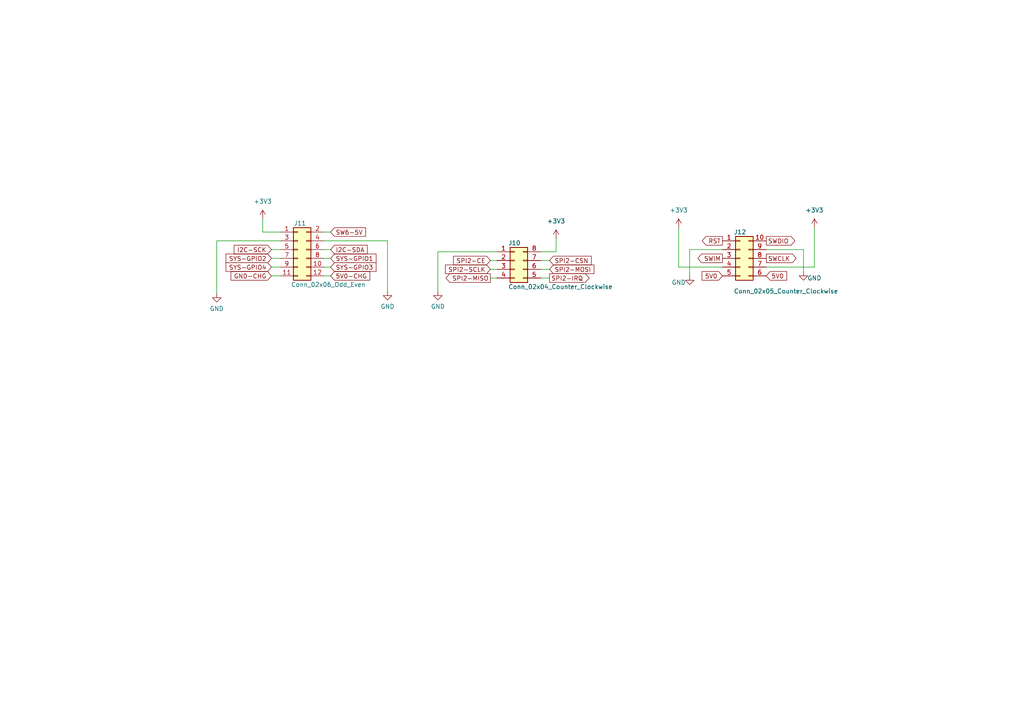
<source format=kicad_sch>
(kicad_sch (version 20211123) (generator eeschema)
  (paper "A4")
  (lib_symbols
    (symbol "Connector_Generic:Conn_02x04_Counter_Clockwise" (pin_names (offset 1.016) hide)
      (property "Reference" "J" (at 1.27 5.08 0))
      (property "Value" "Conn_02x04_Counter_Clockwise" (at 1.27 -7.62 0))
      (symbol "Conn_02x04_Counter_Clockwise_1_1"
        (rectangle (start -1.27 -4.953) (end 0 -5.207) (stroke (width 0.1524)))
        (rectangle (start -1.27 -2.413) (end 0 -2.667) (stroke (width 0.1524)))
        (rectangle (start -1.27 0.127) (end 0 -0.127) (stroke (width 0.1524)))
        (rectangle (start -1.27 2.667) (end 0 2.413) (stroke (width 0.1524)))
        (rectangle (start -1.27 3.81) (end 3.81 -6.35) (stroke (width 0.254)) (fill (type background)))
        (rectangle (start 3.81 -4.953) (end 2.54 -5.207) (stroke (width 0.1524)))
        (rectangle (start 3.81 -2.413) (end 2.54 -2.667) (stroke (width 0.1524)))
        (rectangle (start 3.81 0.127) (end 2.54 -0.127) (stroke (width 0.1524)))
        (rectangle (start 3.81 2.667) (end 2.54 2.413) (stroke (width 0.1524)))
        (pin passive line (at -5.08 2.54 0) (length 3.81) (name "Pin_1") (number "1"))
        (pin passive line (at -5.08 0 0) (length 3.81) (name "Pin_2") (number "2"))
        (pin passive line (at -5.08 -2.54 0) (length 3.81) (name "Pin_3") (number "3"))
        (pin passive line (at -5.08 -5.08 0) (length 3.81) (name "Pin_4") (number "4"))
        (pin passive line (at 7.62 -5.08 180) (length 3.81) (name "Pin_5") (number "5"))
        (pin passive line (at 7.62 -2.54 180) (length 3.81) (name "Pin_6") (number "6"))
        (pin passive line (at 7.62 0 180) (length 3.81) (name "Pin_7") (number "7"))
        (pin passive line (at 7.62 2.54 180) (length 3.81) (name "Pin_8") (number "8"))
      )
    )
    (symbol "Connector_Generic:Conn_02x05_Counter_Clockwise" (pin_names (offset 1.016) hide)
      (property "Reference" "J" (at 1.27 7.62 0))
      (property "Value" "Conn_02x05_Counter_Clockwise" (at 1.27 -7.62 0))
      (symbol "Conn_02x05_Counter_Clockwise_1_1"
        (rectangle (start -1.27 -4.953) (end 0 -5.207) (stroke (width 0.1524)))
        (rectangle (start -1.27 -2.413) (end 0 -2.667) (stroke (width 0.1524)))
        (rectangle (start -1.27 0.127) (end 0 -0.127) (stroke (width 0.1524)))
        (rectangle (start -1.27 2.667) (end 0 2.413) (stroke (width 0.1524)))
        (rectangle (start -1.27 5.207) (end 0 4.953) (stroke (width 0.1524)))
        (rectangle (start -1.27 6.35) (end 3.81 -6.35) (stroke (width 0.254)) (fill (type background)))
        (rectangle (start 3.81 -4.953) (end 2.54 -5.207) (stroke (width 0.1524)))
        (rectangle (start 3.81 -2.413) (end 2.54 -2.667) (stroke (width 0.1524)))
        (rectangle (start 3.81 0.127) (end 2.54 -0.127) (stroke (width 0.1524)))
        (rectangle (start 3.81 2.667) (end 2.54 2.413) (stroke (width 0.1524)))
        (rectangle (start 3.81 5.207) (end 2.54 4.953) (stroke (width 0.1524)))
        (pin passive line (at -5.08 5.08 0) (length 3.81) (name "Pin_1") (number "1"))
        (pin passive line (at 7.62 5.08 180) (length 3.81) (name "Pin_10") (number "10"))
        (pin passive line (at -5.08 2.54 0) (length 3.81) (name "Pin_2") (number "2"))
        (pin passive line (at -5.08 0 0) (length 3.81) (name "Pin_3") (number "3"))
        (pin passive line (at -5.08 -2.54 0) (length 3.81) (name "Pin_4") (number "4"))
        (pin passive line (at -5.08 -5.08 0) (length 3.81) (name "Pin_5") (number "5"))
        (pin passive line (at 7.62 -5.08 180) (length 3.81) (name "Pin_6") (number "6"))
        (pin passive line (at 7.62 -2.54 180) (length 3.81) (name "Pin_7") (number "7"))
        (pin passive line (at 7.62 0 180) (length 3.81) (name "Pin_8") (number "8"))
        (pin passive line (at 7.62 2.54 180) (length 3.81) (name "Pin_9") (number "9"))
      )
    )
    (symbol "Connector_Generic:Conn_02x06_Odd_Even" (pin_names (offset 1.016) hide)
      (property "Reference" "J" (at 1.27 7.62 0))
      (property "Value" "Conn_02x06_Odd_Even" (at 1.27 -10.16 0))
      (symbol "Conn_02x06_Odd_Even_1_1"
        (rectangle (start -1.27 -7.493) (end 0 -7.747) (stroke (width 0.1524)))
        (rectangle (start -1.27 -4.953) (end 0 -5.207) (stroke (width 0.1524)))
        (rectangle (start -1.27 -2.413) (end 0 -2.667) (stroke (width 0.1524)))
        (rectangle (start -1.27 0.127) (end 0 -0.127) (stroke (width 0.1524)))
        (rectangle (start -1.27 2.667) (end 0 2.413) (stroke (width 0.1524)))
        (rectangle (start -1.27 5.207) (end 0 4.953) (stroke (width 0.1524)))
        (rectangle (start -1.27 6.35) (end 3.81 -8.89) (stroke (width 0.254)) (fill (type background)))
        (rectangle (start 3.81 -7.493) (end 2.54 -7.747) (stroke (width 0.1524)))
        (rectangle (start 3.81 -4.953) (end 2.54 -5.207) (stroke (width 0.1524)))
        (rectangle (start 3.81 -2.413) (end 2.54 -2.667) (stroke (width 0.1524)))
        (rectangle (start 3.81 0.127) (end 2.54 -0.127) (stroke (width 0.1524)))
        (rectangle (start 3.81 2.667) (end 2.54 2.413) (stroke (width 0.1524)))
        (rectangle (start 3.81 5.207) (end 2.54 4.953) (stroke (width 0.1524)))
        (pin passive line (at -5.08 5.08 0) (length 3.81) (name "Pin_1") (number "1"))
        (pin passive line (at 7.62 -5.08 180) (length 3.81) (name "Pin_10") (number "10"))
        (pin passive line (at -5.08 -7.62 0) (length 3.81) (name "Pin_11") (number "11"))
        (pin passive line (at 7.62 -7.62 180) (length 3.81) (name "Pin_12") (number "12"))
        (pin passive line (at 7.62 5.08 180) (length 3.81) (name "Pin_2") (number "2"))
        (pin passive line (at -5.08 2.54 0) (length 3.81) (name "Pin_3") (number "3"))
        (pin passive line (at 7.62 2.54 180) (length 3.81) (name "Pin_4") (number "4"))
        (pin passive line (at -5.08 0 0) (length 3.81) (name "Pin_5") (number "5"))
        (pin passive line (at 7.62 0 180) (length 3.81) (name "Pin_6") (number "6"))
        (pin passive line (at -5.08 -2.54 0) (length 3.81) (name "Pin_7") (number "7"))
        (pin passive line (at 7.62 -2.54 180) (length 3.81) (name "Pin_8") (number "8"))
        (pin passive line (at -5.08 -5.08 0) (length 3.81) (name "Pin_9") (number "9"))
      )
    )
    (symbol "power:+3V3" (power) (pin_names (offset 0))
      (property "Value" "+3V3" (at 0 3.556 0))
      (symbol "+3V3_0_1"
        (polyline (pts (xy -0.762 1.27) (xy 0 2.54)))
        (polyline (pts (xy 0 0) (xy 0 2.54)))
        (polyline (pts (xy 0 2.54) (xy 0.762 1.27)))
      )
      (symbol "+3V3_1_1"
        (pin power_in line (at 0 0 90) (length 0) hide (name "+3V3") (number "1"))
      )
    )
    (symbol "power:GND" (power) (pin_names (offset 0))
      (property "Value" "GND" (at 0 -3.81 0))
      (symbol "GND_0_1"
        (polyline (pts (xy 0 0) (xy 0 -1.27) (xy 1.27 -1.27) (xy 0 -2.54) (xy -1.27 -1.27) (xy 0 -1.27)))
      )
      (symbol "GND_1_1"
        (pin power_in line (at 0 0 270) (length 0) hide (name "GND") (number "1"))
      )
    )
  )
  (wire (pts (xy 95.885 77.47) (xy 93.98 77.47)))
  (wire (pts (xy 159.385 75.565) (xy 156.845 75.565)))
  (wire (pts (xy 76.2 63.5) (xy 76.2 67.31)))
  (wire (pts (xy 78.74 80.01) (xy 81.28 80.01)))
  (wire (pts (xy 159.385 78.105) (xy 156.845 78.105)))
  (wire (pts (xy 93.98 69.85) (xy 112.395 69.85)))
  (wire (pts (xy 78.74 72.39) (xy 81.28 72.39)))
  (wire (pts (xy 78.74 74.93) (xy 81.28 74.93)))
  (wire (pts (xy 95.885 74.93) (xy 93.98 74.93)))
  (wire (pts (xy 200.025 72.39) (xy 200.025 80.01)))
  (wire (pts (xy 233.045 72.39) (xy 233.045 78.74)))
  (wire (pts (xy 209.55 72.39) (xy 200.025 72.39)))
  (wire (pts (xy 196.85 66.04) (xy 196.85 77.47)))
  (wire (pts (xy 127 73.025) (xy 144.145 73.025)))
  (wire (pts (xy 222.25 72.39) (xy 233.045 72.39)))
  (wire (pts (xy 161.29 69.215) (xy 161.29 73.025)))
  (wire (pts (xy 142.24 75.565) (xy 144.145 75.565)))
  (wire (pts (xy 78.74 77.47) (xy 81.28 77.47)))
  (wire (pts (xy 196.85 77.47) (xy 209.55 77.47)))
  (wire (pts (xy 142.24 78.105) (xy 144.145 78.105)))
  (wire (pts (xy 95.885 72.39) (xy 93.98 72.39)))
  (wire (pts (xy 62.865 85.09) (xy 62.865 69.85)))
  (wire (pts (xy 112.395 69.85) (xy 112.395 84.455)))
  (wire (pts (xy 236.22 66.04) (xy 236.22 77.47)))
  (wire (pts (xy 156.845 73.025) (xy 161.29 73.025)))
  (wire (pts (xy 127 73.025) (xy 127 84.455)))
  (wire (pts (xy 95.885 67.31) (xy 93.98 67.31)))
  (wire (pts (xy 62.865 69.85) (xy 81.28 69.85)))
  (wire (pts (xy 76.2 67.31) (xy 81.28 67.31)))
  (wire (pts (xy 236.22 77.47) (xy 222.25 77.47)))
  (wire (pts (xy 95.885 80.01) (xy 93.98 80.01)))
  (wire (pts (xy 142.24 80.645) (xy 144.145 80.645)))
  (wire (pts (xy 159.385 80.645) (xy 156.845 80.645)))
  (global_label "SWIM" (shape output) (at 209.55 74.93 180) (property "Intersheet References" "${INTERSHEET_REFS}" (effects hide)))
  (global_label "SYS-GPIO3" (shape input) (at 95.885 77.47 0) (property "Intersheet References" "${INTERSHEET_REFS}" (effects hide)))
  (global_label "SWCLK" (shape output) (at 222.25 74.93 0) (property "Intersheet References" "${INTERSHEET_REFS}" (effects hide)))
  (global_label "SYS-GPIO4" (shape input) (at 78.74 77.47 180) (property "Intersheet References" "${INTERSHEET_REFS}" (effects hide)))
  (global_label "SYS-GPIO1" (shape input) (at 95.885 74.93 0) (property "Intersheet References" "${INTERSHEET_REFS}" (effects hide)))
  (global_label "5V0" (shape input) (at 209.55 80.01 180) (property "Intersheet References" "${INTERSHEET_REFS}" (effects hide)))
  (global_label "SW6-5V" (shape input) (at 95.885 67.31 0) (property "Intersheet References" "${INTERSHEET_REFS}" (effects hide)))
  (global_label "SPI2-MISO" (shape output) (at 142.24 80.645 180) (property "Intersheet References" "${INTERSHEET_REFS}" (effects hide)))
  (global_label "I2C-SDA" (shape input) (at 95.885 72.39 0) (property "Intersheet References" "${INTERSHEET_REFS}" (effects hide)))
  (global_label "SWDIO" (shape output) (at 222.25 69.85 0) (property "Intersheet References" "${INTERSHEET_REFS}" (effects hide)))
  (global_label "5V0" (shape input) (at 222.25 80.01 0) (property "Intersheet References" "${INTERSHEET_REFS}" (effects hide)))
  (global_label "RST" (shape output) (at 209.55 69.85 180) (property "Intersheet References" "${INTERSHEET_REFS}" (effects hide)))
  (global_label "SPI2-IRQ" (shape output) (at 159.385 80.645 0) (property "Intersheet References" "${INTERSHEET_REFS}" (effects hide)))
  (global_label "SPI2-SCLK" (shape input) (at 142.24 78.105 180) (property "Intersheet References" "${INTERSHEET_REFS}" (effects hide)))
  (global_label "SPI2-MOSI" (shape input) (at 159.385 78.105 0) (property "Intersheet References" "${INTERSHEET_REFS}" (effects hide)))
  (global_label "SPI2-CE" (shape input) (at 142.24 75.565 180) (property "Intersheet References" "${INTERSHEET_REFS}" (effects hide)))
  (global_label "5V0-CHG" (shape input) (at 95.885 80.01 0) (property "Intersheet References" "${INTERSHEET_REFS}" (effects hide)))
  (global_label "I2C-SCK" (shape input) (at 78.74 72.39 180) (property "Intersheet References" "${INTERSHEET_REFS}" (effects hide)))
  (global_label "GND-CHG" (shape input) (at 78.74 80.01 180) (property "Intersheet References" "${INTERSHEET_REFS}" (effects hide)))
  (global_label "SYS-GPIO2" (shape input) (at 78.74 74.93 180) (property "Intersheet References" "${INTERSHEET_REFS}" (effects hide)))
  (global_label "SPI2-CSN" (shape input) (at 159.385 75.565 0) (property "Intersheet References" "${INTERSHEET_REFS}" (effects hide)))
  (symbol (lib_id "power:+3V3") (at 236.22 66.04 0) (unit 1)
    (property "Reference" "#PWR041" (effects hide))
    (property "Value" "+3V3" (at 236.22 60.96 0))
  )
  (symbol (lib_id "power:GND") (at 200.025 80.01 0) (unit 1)
    (property "Reference" "#PWR039" (effects hide))
    (property "Value" "GND" (at 196.85 81.915 0))
  )
  (symbol (lib_id "Connector_Generic:Conn_02x04_Counter_Clockwise") (at 149.225 75.565 0) (unit 1)
    (property "Reference" "J10" (at 149.225 70.485 0))
    (property "Value" "Conn_02x04_Counter_Clockwise" (at 162.56 83.185 0))
  )
  (symbol (lib_id "power:GND") (at 62.865 85.09 0) (unit 1)
    (property "Reference" "#PWR030" (effects hide))
    (property "Value" "GND" (at 62.865 89.535 0))
  )
  (symbol (lib_id "power:GND") (at 233.045 78.74 0) (unit 1)
    (property "Reference" "#PWR040" (effects hide))
    (property "Value" "GND" (at 236.22 80.645 0))
  )
  (symbol (lib_id "power:+3V3") (at 76.2 63.5 0) (unit 1)
    (property "Reference" "#PWR033" (effects hide))
    (property "Value" "+3V3" (at 76.2 58.42 0))
  )
  (symbol (lib_id "power:GND") (at 127 84.455 0) (unit 1)
    (property "Reference" "#PWR036" (effects hide))
    (property "Value" "GND" (at 127 88.9 0))
  )
  (symbol (lib_id "power:+3V3") (at 161.29 69.215 0) (unit 1)
    (property "Reference" "#PWR037" (effects hide))
    (property "Value" "+3V3" (at 161.29 64.135 0))
  )
  (symbol (lib_id "Connector_Generic:Conn_02x06_Odd_Even") (at 86.36 72.39 0) (unit 1)
    (property "Reference" "J11" (at 86.995 64.77 0))
    (property "Value" "Conn_02x06_Odd_Even" (at 95.25 82.55 0))
  )
  (symbol (lib_id "Connector_Generic:Conn_02x05_Counter_Clockwise") (at 214.63 74.93 0) (unit 1)
    (property "Reference" "J12" (at 214.63 67.31 0))
    (property "Value" "Conn_02x05_Counter_Clockwise" (at 227.965 84.455 0))
  )
  (symbol (lib_id "power:+3V3") (at 196.85 66.04 0) (unit 1)
    (property "Reference" "#PWR038" (effects hide))
    (property "Value" "+3V3" (at 196.85 60.96 0))
  )
  (symbol (lib_id "power:GND") (at 112.395 84.455 0) (unit 1)
    (property "Reference" "#PWR035" (effects hide))
    (property "Value" "GND" (at 112.395 88.9 0))
  )
)
</source>
